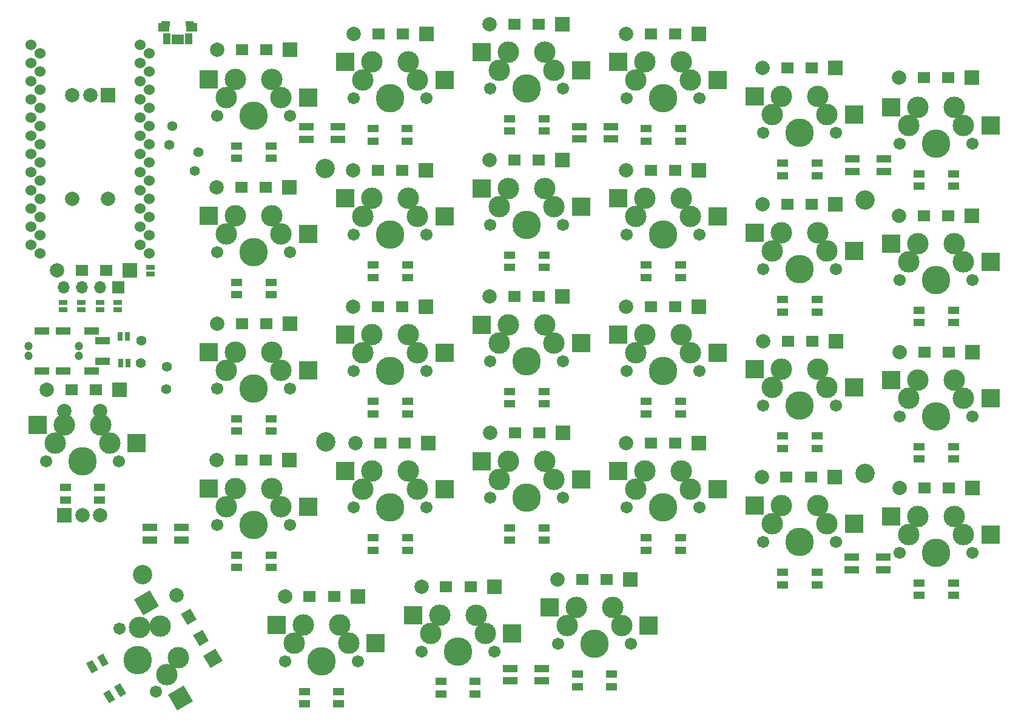
<source format=gbr>
G04 #@! TF.GenerationSoftware,KiCad,Pcbnew,(5.1.9)-1*
G04 #@! TF.CreationDate,2021-02-12T09:18:19+01:00*
G04 #@! TF.ProjectId,Lotus58_Glow,4c6f7475-7335-4385-9f47-6c6f772e6b69,0.95*
G04 #@! TF.SameCoordinates,Original*
G04 #@! TF.FileFunction,Soldermask,Top*
G04 #@! TF.FilePolarity,Negative*
%FSLAX46Y46*%
G04 Gerber Fmt 4.6, Leading zero omitted, Abs format (unit mm)*
G04 Created by KiCad (PCBNEW (5.1.9)-1) date 2021-02-12 09:18:19*
%MOMM*%
%LPD*%
G01*
G04 APERTURE LIST*
%ADD10R,2.550000X2.500000*%
%ADD11C,1.701800*%
%ADD12C,3.987800*%
%ADD13C,3.000000*%
%ADD14R,1.600000X1.000000*%
%ADD15C,0.100000*%
%ADD16R,2.000000X2.000000*%
%ADD17C,2.000000*%
%ADD18R,1.998980X1.998980*%
%ADD19C,1.998980*%
%ADD20R,1.800000X1.500000*%
%ADD21C,1.200000*%
%ADD22R,2.100000X1.000000*%
%ADD23R,1.143000X0.635000*%
%ADD24R,0.635000X1.143000*%
%ADD25C,1.397000*%
%ADD26R,2.000000X1.000000*%
%ADD27C,1.524000*%
%ADD28O,1.700000X1.700000*%
%ADD29R,1.700000X1.700000*%
%ADD30R,1.000000X1.500000*%
%ADD31R,1.800000X1.350000*%
%ADD32R,1.570000X1.250000*%
%ADD33C,2.700000*%
G04 APERTURE END LIST*
D10*
X179110000Y-45060000D03*
D11*
X166470000Y-47600000D03*
X176630000Y-47600000D03*
D12*
X171550000Y-47600000D03*
D13*
X167740000Y-45060000D03*
X174090000Y-42520000D03*
D10*
X165260000Y-42520000D03*
D13*
X169010000Y-42520000D03*
X175360000Y-45060000D03*
D14*
X131000000Y-53555000D03*
X131000000Y-51805000D03*
X135800000Y-51805000D03*
X135800000Y-53555000D03*
X164350000Y-129755000D03*
X164350000Y-128005000D03*
X159550000Y-129755000D03*
X159550000Y-128005000D03*
X145297700Y-130783300D03*
X145297700Y-129033300D03*
X140497700Y-130783300D03*
X140497700Y-129033300D03*
X126250000Y-132155000D03*
X126250000Y-130405000D03*
X121450000Y-132155000D03*
X121450000Y-130405000D03*
D15*
G36*
X93380806Y-130660640D02*
G01*
X94246832Y-130160640D01*
X95046832Y-131546280D01*
X94180806Y-132046280D01*
X93380806Y-130660640D01*
G37*
G36*
X94896350Y-129785640D02*
G01*
X95762376Y-129285640D01*
X96562376Y-130671280D01*
X95696350Y-131171280D01*
X94896350Y-129785640D01*
G37*
G36*
X90980806Y-126503718D02*
G01*
X91846832Y-126003718D01*
X92646832Y-127389358D01*
X91780806Y-127889358D01*
X90980806Y-126503718D01*
G37*
G36*
X92496350Y-125628718D02*
G01*
X93362376Y-125128718D01*
X94162376Y-126514358D01*
X93296350Y-127014358D01*
X92496350Y-125628718D01*
G37*
D14*
X92874800Y-103681500D03*
X92874800Y-101931500D03*
X88074800Y-103681500D03*
X88074800Y-101931500D03*
X212050000Y-117005000D03*
X212050000Y-115255000D03*
X207250000Y-117005000D03*
X207250000Y-115255000D03*
X193000000Y-115505000D03*
X193000000Y-113755000D03*
X188200000Y-115505000D03*
X188200000Y-113755000D03*
X173950000Y-110705000D03*
X173950000Y-108955000D03*
X169150000Y-110705000D03*
X169150000Y-108955000D03*
X154900000Y-109315000D03*
X154900000Y-107565000D03*
X150100000Y-109315000D03*
X150100000Y-107565000D03*
X135850000Y-110705000D03*
X135850000Y-108955000D03*
X131050000Y-110705000D03*
X131050000Y-108955000D03*
X116800000Y-113105000D03*
X116800000Y-111355000D03*
X112000000Y-113105000D03*
X112000000Y-111355000D03*
X212050000Y-97955000D03*
X212050000Y-96205000D03*
X207250000Y-97955000D03*
X207250000Y-96205000D03*
X193000000Y-96455000D03*
X193000000Y-94705000D03*
X188200000Y-96455000D03*
X188200000Y-94705000D03*
X173950000Y-91655000D03*
X173950000Y-89905000D03*
X169150000Y-91655000D03*
X169150000Y-89905000D03*
X154900000Y-90265000D03*
X154900000Y-88515000D03*
X150100000Y-90265000D03*
X150100000Y-88515000D03*
X135850000Y-91655000D03*
X135850000Y-89905000D03*
X131050000Y-91655000D03*
X131050000Y-89905000D03*
X116800000Y-94055000D03*
X116800000Y-92305000D03*
X112000000Y-94055000D03*
X112000000Y-92305000D03*
X212050000Y-78905000D03*
X212050000Y-77155000D03*
X207250000Y-78905000D03*
X207250000Y-77155000D03*
X193000000Y-77405000D03*
X193000000Y-75655000D03*
X188200000Y-77405000D03*
X188200000Y-75655000D03*
X173950000Y-72605000D03*
X173950000Y-70855000D03*
X169150000Y-72605000D03*
X169150000Y-70855000D03*
X154900000Y-71215000D03*
X154900000Y-69465000D03*
X150100000Y-71215000D03*
X150100000Y-69465000D03*
X135850000Y-72605000D03*
X135850000Y-70855000D03*
X131050000Y-72605000D03*
X131050000Y-70855000D03*
X116800000Y-75005000D03*
X116800000Y-73255000D03*
X112000000Y-75005000D03*
X112000000Y-73255000D03*
X212050000Y-59855000D03*
X212050000Y-58105000D03*
X207250000Y-59855000D03*
X207250000Y-58105000D03*
X193000000Y-58355000D03*
X193000000Y-56605000D03*
X188200000Y-58355000D03*
X188200000Y-56605000D03*
X173950000Y-53555000D03*
X173950000Y-51805000D03*
X169150000Y-53555000D03*
X169150000Y-51805000D03*
X154900000Y-52165000D03*
X154900000Y-50415000D03*
X150100000Y-52165000D03*
X150100000Y-50415000D03*
X116800000Y-55955000D03*
X116800000Y-54205000D03*
X112000000Y-55955000D03*
X112000000Y-54205000D03*
D10*
X169510000Y-121260000D03*
D11*
X156870000Y-123800000D03*
X167030000Y-123800000D03*
D12*
X161950000Y-123800000D03*
D13*
X158140000Y-121260000D03*
X164490000Y-118720000D03*
D10*
X155660000Y-118720000D03*
D13*
X159410000Y-118720000D03*
X165760000Y-121260000D03*
D10*
X150457700Y-122288300D03*
D11*
X137817700Y-124828300D03*
X147977700Y-124828300D03*
D12*
X142897700Y-124828300D03*
D13*
X139087700Y-122288300D03*
X145437700Y-119748300D03*
D10*
X136607700Y-119748300D03*
D13*
X140357700Y-119748300D03*
X146707700Y-122288300D03*
D10*
X131410000Y-123660000D03*
D11*
X118770000Y-126200000D03*
X128930000Y-126200000D03*
D12*
X123850000Y-126200000D03*
D13*
X120040000Y-123660000D03*
X126390000Y-121120000D03*
D10*
X117560000Y-121120000D03*
D13*
X121310000Y-121120000D03*
X127660000Y-123660000D03*
D15*
G36*
X105870737Y-131803834D02*
G01*
X103705673Y-133053834D01*
X102430673Y-130845470D01*
X104595737Y-129595470D01*
X105870737Y-131803834D01*
G37*
D11*
X95631000Y-121648091D03*
X100711000Y-130446909D03*
D12*
X98171000Y-126047500D03*
D13*
X98465705Y-121477943D03*
X103840409Y-125707205D03*
D15*
G36*
X101145441Y-118539382D02*
G01*
X98980377Y-119789382D01*
X97705377Y-117581018D01*
X99870441Y-116331018D01*
X101145441Y-118539382D01*
G37*
D13*
X101300409Y-121307795D03*
X102275705Y-128077057D03*
D10*
X98034800Y-95745300D03*
D11*
X85394800Y-98285300D03*
X95554800Y-98285300D03*
D12*
X90474800Y-98285300D03*
D13*
X86664800Y-95745300D03*
X93014800Y-93205300D03*
D10*
X84184800Y-93205300D03*
D13*
X87934800Y-93205300D03*
X94284800Y-95745300D03*
D10*
X217210000Y-108510000D03*
D11*
X204570000Y-111050000D03*
X214730000Y-111050000D03*
D12*
X209650000Y-111050000D03*
D13*
X205840000Y-108510000D03*
X212190000Y-105970000D03*
D10*
X203360000Y-105970000D03*
D13*
X207110000Y-105970000D03*
X213460000Y-108510000D03*
D10*
X198160000Y-107010000D03*
D11*
X185520000Y-109550000D03*
X195680000Y-109550000D03*
D12*
X190600000Y-109550000D03*
D13*
X186790000Y-107010000D03*
X193140000Y-104470000D03*
D10*
X184310000Y-104470000D03*
D13*
X188060000Y-104470000D03*
X194410000Y-107010000D03*
D10*
X179110000Y-102210000D03*
D11*
X166470000Y-104750000D03*
X176630000Y-104750000D03*
D12*
X171550000Y-104750000D03*
D13*
X167740000Y-102210000D03*
X174090000Y-99670000D03*
D10*
X165260000Y-99670000D03*
D13*
X169010000Y-99670000D03*
X175360000Y-102210000D03*
D10*
X160060000Y-100820000D03*
D11*
X147420000Y-103360000D03*
X157580000Y-103360000D03*
D12*
X152500000Y-103360000D03*
D13*
X148690000Y-100820000D03*
X155040000Y-98280000D03*
D10*
X146210000Y-98280000D03*
D13*
X149960000Y-98280000D03*
X156310000Y-100820000D03*
D10*
X141010000Y-102210000D03*
D11*
X128370000Y-104750000D03*
X138530000Y-104750000D03*
D12*
X133450000Y-104750000D03*
D13*
X129640000Y-102210000D03*
X135990000Y-99670000D03*
D10*
X127160000Y-99670000D03*
D13*
X130910000Y-99670000D03*
X137260000Y-102210000D03*
D10*
X121960000Y-104610000D03*
D11*
X109320000Y-107150000D03*
X119480000Y-107150000D03*
D12*
X114400000Y-107150000D03*
D13*
X110590000Y-104610000D03*
X116940000Y-102070000D03*
D10*
X108110000Y-102070000D03*
D13*
X111860000Y-102070000D03*
X118210000Y-104610000D03*
D10*
X217210000Y-89460000D03*
D11*
X204570000Y-92000000D03*
X214730000Y-92000000D03*
D12*
X209650000Y-92000000D03*
D13*
X205840000Y-89460000D03*
X212190000Y-86920000D03*
D10*
X203360000Y-86920000D03*
D13*
X207110000Y-86920000D03*
X213460000Y-89460000D03*
D10*
X198160000Y-87960000D03*
D11*
X185520000Y-90500000D03*
X195680000Y-90500000D03*
D12*
X190600000Y-90500000D03*
D13*
X186790000Y-87960000D03*
X193140000Y-85420000D03*
D10*
X184310000Y-85420000D03*
D13*
X188060000Y-85420000D03*
X194410000Y-87960000D03*
D10*
X179110000Y-83160000D03*
D11*
X166470000Y-85700000D03*
X176630000Y-85700000D03*
D12*
X171550000Y-85700000D03*
D13*
X167740000Y-83160000D03*
X174090000Y-80620000D03*
D10*
X165260000Y-80620000D03*
D13*
X169010000Y-80620000D03*
X175360000Y-83160000D03*
D10*
X160060000Y-81770000D03*
D11*
X147420000Y-84310000D03*
X157580000Y-84310000D03*
D12*
X152500000Y-84310000D03*
D13*
X148690000Y-81770000D03*
X155040000Y-79230000D03*
D10*
X146210000Y-79230000D03*
D13*
X149960000Y-79230000D03*
X156310000Y-81770000D03*
D10*
X141010000Y-83160000D03*
D11*
X128370000Y-85700000D03*
X138530000Y-85700000D03*
D12*
X133450000Y-85700000D03*
D13*
X129640000Y-83160000D03*
X135990000Y-80620000D03*
D10*
X127160000Y-80620000D03*
D13*
X130910000Y-80620000D03*
X137260000Y-83160000D03*
D10*
X121960000Y-85560000D03*
D11*
X109320000Y-88100000D03*
X119480000Y-88100000D03*
D12*
X114400000Y-88100000D03*
D13*
X110590000Y-85560000D03*
X116940000Y-83020000D03*
D10*
X108110000Y-83020000D03*
D13*
X111860000Y-83020000D03*
X118210000Y-85560000D03*
D10*
X217210000Y-70410000D03*
D11*
X204570000Y-72950000D03*
X214730000Y-72950000D03*
D12*
X209650000Y-72950000D03*
D13*
X205840000Y-70410000D03*
X212190000Y-67870000D03*
D10*
X203360000Y-67870000D03*
D13*
X207110000Y-67870000D03*
X213460000Y-70410000D03*
D10*
X198160000Y-68910000D03*
D11*
X185520000Y-71450000D03*
X195680000Y-71450000D03*
D12*
X190600000Y-71450000D03*
D13*
X186790000Y-68910000D03*
X193140000Y-66370000D03*
D10*
X184310000Y-66370000D03*
D13*
X188060000Y-66370000D03*
X194410000Y-68910000D03*
D10*
X179110000Y-64110000D03*
D11*
X166470000Y-66650000D03*
X176630000Y-66650000D03*
D12*
X171550000Y-66650000D03*
D13*
X167740000Y-64110000D03*
X174090000Y-61570000D03*
D10*
X165260000Y-61570000D03*
D13*
X169010000Y-61570000D03*
X175360000Y-64110000D03*
D10*
X160060000Y-62720000D03*
D11*
X147420000Y-65260000D03*
X157580000Y-65260000D03*
D12*
X152500000Y-65260000D03*
D13*
X148690000Y-62720000D03*
X155040000Y-60180000D03*
D10*
X146210000Y-60180000D03*
D13*
X149960000Y-60180000D03*
X156310000Y-62720000D03*
D10*
X141010000Y-64110000D03*
D11*
X128370000Y-66650000D03*
X138530000Y-66650000D03*
D12*
X133450000Y-66650000D03*
D13*
X129640000Y-64110000D03*
X135990000Y-61570000D03*
D10*
X127160000Y-61570000D03*
D13*
X130910000Y-61570000D03*
X137260000Y-64110000D03*
D10*
X121960000Y-66510000D03*
D11*
X109320000Y-69050000D03*
X119480000Y-69050000D03*
D12*
X114400000Y-69050000D03*
D13*
X110590000Y-66510000D03*
X116940000Y-63970000D03*
D10*
X108110000Y-63970000D03*
D13*
X111860000Y-63970000D03*
X118210000Y-66510000D03*
D10*
X217210000Y-51360000D03*
D11*
X204570000Y-53900000D03*
X214730000Y-53900000D03*
D12*
X209650000Y-53900000D03*
D13*
X205840000Y-51360000D03*
X212190000Y-48820000D03*
D10*
X203360000Y-48820000D03*
D13*
X207110000Y-48820000D03*
X213460000Y-51360000D03*
D10*
X198160000Y-49860000D03*
D11*
X185520000Y-52400000D03*
X195680000Y-52400000D03*
D12*
X190600000Y-52400000D03*
D13*
X186790000Y-49860000D03*
X193140000Y-47320000D03*
D10*
X184310000Y-47320000D03*
D13*
X188060000Y-47320000D03*
X194410000Y-49860000D03*
D10*
X160060000Y-43670000D03*
D11*
X147420000Y-46210000D03*
X157580000Y-46210000D03*
D12*
X152500000Y-46210000D03*
D13*
X148690000Y-43670000D03*
X155040000Y-41130000D03*
D10*
X146210000Y-41130000D03*
D13*
X149960000Y-41130000D03*
X156310000Y-43670000D03*
D10*
X141010000Y-45060000D03*
D11*
X128370000Y-47600000D03*
X138530000Y-47600000D03*
D12*
X133450000Y-47600000D03*
D13*
X129640000Y-45060000D03*
X135990000Y-42520000D03*
D10*
X127160000Y-42520000D03*
D13*
X130910000Y-42520000D03*
X137260000Y-45060000D03*
D10*
X121960000Y-47460000D03*
D11*
X109320000Y-50000000D03*
X119480000Y-50000000D03*
D12*
X114400000Y-50000000D03*
D13*
X110590000Y-47460000D03*
X116940000Y-44920000D03*
D10*
X108110000Y-44920000D03*
D13*
X111860000Y-44920000D03*
X118210000Y-47460000D03*
D16*
X87974800Y-105785300D03*
D17*
X90474800Y-105785300D03*
X92974800Y-105785300D03*
X87974800Y-91285300D03*
X92974800Y-91285300D03*
D18*
X95678000Y-88262460D03*
D19*
X85518000Y-88262460D03*
D20*
X92378000Y-88265000D03*
X88978000Y-88265000D03*
D21*
X89970500Y-83519000D03*
X82970500Y-83519000D03*
D22*
X91770500Y-85619000D03*
X93270500Y-81419000D03*
X84770500Y-85619000D03*
X87770500Y-85619000D03*
D21*
X82970500Y-82169000D03*
X89970500Y-82169000D03*
D22*
X84770500Y-80069000D03*
X87770500Y-80069000D03*
X91770500Y-80069000D03*
X93270500Y-84269000D03*
D23*
X99949000Y-72141080D03*
X99949000Y-71140320D03*
D24*
X96766380Y-80822800D03*
X95765620Y-80822800D03*
X95829120Y-84582000D03*
X96829880Y-84582000D03*
D23*
X87767900Y-77075880D03*
X87767900Y-76075120D03*
X90339332Y-77075880D03*
X90339332Y-76075120D03*
X92910766Y-77075880D03*
X92910766Y-76075120D03*
X95418700Y-77075880D03*
X95418700Y-76075120D03*
D25*
X98597449Y-84563949D03*
X102189551Y-88156051D03*
X98660949Y-81452449D03*
X102253051Y-85044551D03*
X102579898Y-54116698D03*
X106172000Y-57708800D03*
X106634551Y-55072551D03*
X103042449Y-51480449D03*
D18*
X97075000Y-71583040D03*
D19*
X86915000Y-71583040D03*
D20*
X93775000Y-71580500D03*
X90375000Y-71580500D03*
D18*
X166925000Y-114741960D03*
D19*
X156765000Y-114741960D03*
D20*
X163625000Y-114744500D03*
X160225000Y-114744500D03*
D18*
X147938500Y-115757960D03*
D19*
X137778500Y-115757960D03*
D20*
X144638500Y-115760500D03*
X141238500Y-115760500D03*
D18*
X128888500Y-117154960D03*
D19*
X118728500Y-117154960D03*
D20*
X125588500Y-117157500D03*
X122188500Y-117157500D03*
D15*
G36*
X107308871Y-125438518D02*
G01*
X109040039Y-124439028D01*
X110039529Y-126170196D01*
X108308361Y-127169686D01*
X107308871Y-125438518D01*
G37*
D19*
X103594200Y-117005539D03*
D15*
G36*
X108121519Y-123352166D02*
G01*
X106822481Y-124102166D01*
X105922481Y-122543320D01*
X107221519Y-121793320D01*
X108121519Y-123352166D01*
G37*
G36*
X106421519Y-120407680D02*
G01*
X105122481Y-121157680D01*
X104222481Y-119598834D01*
X105521519Y-118848834D01*
X106421519Y-120407680D01*
G37*
D18*
X214677000Y-101978460D03*
D19*
X204517000Y-101978460D03*
D20*
X211377000Y-101981000D03*
X207977000Y-101981000D03*
D18*
X195436500Y-100454460D03*
D19*
X185276500Y-100454460D03*
D20*
X192136500Y-100457000D03*
X188736500Y-100457000D03*
D18*
X176513500Y-95691960D03*
D19*
X166353500Y-95691960D03*
D20*
X173213500Y-95694500D03*
X169813500Y-95694500D03*
D18*
X157527000Y-94294960D03*
D19*
X147367000Y-94294960D03*
D20*
X154227000Y-94297500D03*
X150827000Y-94297500D03*
D18*
X138731000Y-95691960D03*
D19*
X128571000Y-95691960D03*
D20*
X135431000Y-95694500D03*
X132031000Y-95694500D03*
D18*
X119363500Y-98104960D03*
D19*
X109203500Y-98104960D03*
D20*
X116063500Y-98107500D03*
X112663500Y-98107500D03*
D18*
X214677000Y-82991960D03*
D19*
X204517000Y-82991960D03*
D20*
X211377000Y-82994500D03*
X207977000Y-82994500D03*
D18*
X195627000Y-81467960D03*
D19*
X185467000Y-81467960D03*
D20*
X192327000Y-81470500D03*
X188927000Y-81470500D03*
D18*
X176513500Y-76641960D03*
D19*
X166353500Y-76641960D03*
D20*
X173213500Y-76644500D03*
X169813500Y-76644500D03*
D18*
X157463500Y-75244960D03*
D19*
X147303500Y-75244960D03*
D20*
X154163500Y-75247500D03*
X150763500Y-75247500D03*
D18*
X138413500Y-76641960D03*
D19*
X128253500Y-76641960D03*
D20*
X135113500Y-76644500D03*
X131713500Y-76644500D03*
D18*
X119427000Y-79054960D03*
D19*
X109267000Y-79054960D03*
D20*
X116127000Y-79057500D03*
X112727000Y-79057500D03*
D18*
X214613500Y-63941960D03*
D19*
X204453500Y-63941960D03*
D20*
X211313500Y-63944500D03*
X207913500Y-63944500D03*
D18*
X195563500Y-62354460D03*
D19*
X185403500Y-62354460D03*
D20*
X192263500Y-62357000D03*
X188863500Y-62357000D03*
D18*
X176513500Y-57591960D03*
D19*
X166353500Y-57591960D03*
D20*
X173213500Y-57594500D03*
X169813500Y-57594500D03*
D18*
X157463500Y-56194960D03*
D19*
X147303500Y-56194960D03*
D20*
X154163500Y-56197500D03*
X150763500Y-56197500D03*
D18*
X138413500Y-57591960D03*
D19*
X128253500Y-57591960D03*
D20*
X135113500Y-57594500D03*
X131713500Y-57594500D03*
D18*
X119363500Y-60004960D03*
D19*
X109203500Y-60004960D03*
D20*
X116063500Y-60007500D03*
X112663500Y-60007500D03*
D18*
X214613500Y-44701460D03*
D19*
X204453500Y-44701460D03*
D20*
X211313500Y-44704000D03*
X207913500Y-44704000D03*
D18*
X195563500Y-43304460D03*
D19*
X185403500Y-43304460D03*
D20*
X192263500Y-43307000D03*
X188863500Y-43307000D03*
D18*
X176513500Y-38605460D03*
D19*
X166353500Y-38605460D03*
D20*
X173213500Y-38608000D03*
X169813500Y-38608000D03*
D18*
X157463500Y-37208460D03*
D19*
X147303500Y-37208460D03*
D20*
X154163500Y-37211000D03*
X150763500Y-37211000D03*
D18*
X138477000Y-38605460D03*
D19*
X128317000Y-38605460D03*
D20*
X135177000Y-38608000D03*
X131777000Y-38608000D03*
D18*
X119427000Y-40764460D03*
D19*
X109267000Y-40764460D03*
D20*
X116127000Y-40767000D03*
X112727000Y-40767000D03*
D26*
X121688500Y-53326000D03*
X121688500Y-51576000D03*
X126088500Y-53326000D03*
X126088500Y-51576000D03*
X159788500Y-53262500D03*
X159788500Y-51512500D03*
X164188500Y-53262500D03*
X164188500Y-51512500D03*
X197952000Y-57771000D03*
X197952000Y-56021000D03*
X202352000Y-57771000D03*
X202352000Y-56021000D03*
X99908000Y-109269500D03*
X99908000Y-107519500D03*
X104308000Y-109269500D03*
X104308000Y-107519500D03*
X150200000Y-128954500D03*
X150200000Y-127204500D03*
X154600000Y-128954500D03*
X154600000Y-127204500D03*
X197825000Y-113397000D03*
X197825000Y-111647000D03*
X202225000Y-111647000D03*
X202225000Y-113397000D03*
D27*
X84584815Y-46405745D03*
X99824815Y-64185745D03*
X84584815Y-56565745D03*
X99824815Y-54025745D03*
X99824815Y-48945745D03*
X84584815Y-66725745D03*
X99824815Y-46405745D03*
X99824815Y-41325745D03*
X84584815Y-61645745D03*
X99824815Y-69265745D03*
X84584815Y-54025745D03*
X84584815Y-43865745D03*
X84584815Y-48945745D03*
X84584815Y-51485745D03*
X84584815Y-64185745D03*
X84584815Y-59105745D03*
X99824815Y-61645745D03*
X99824815Y-59105745D03*
X84584815Y-69265745D03*
X99824815Y-66725745D03*
X99824815Y-43865745D03*
X84584815Y-41325745D03*
X99824815Y-56565745D03*
X99824815Y-51485745D03*
X83286000Y-40130000D03*
X83286000Y-42670000D03*
X83286000Y-45210000D03*
X83286000Y-47750000D03*
X83286000Y-50290000D03*
X83286000Y-52830000D03*
X83286000Y-55370000D03*
X83286000Y-57910000D03*
X83286000Y-60450000D03*
X83286000Y-62990000D03*
X83286000Y-65530000D03*
X83286000Y-68070000D03*
X98526000Y-68070000D03*
X98526000Y-65530000D03*
X98526000Y-62990000D03*
X98526000Y-60450000D03*
X98526000Y-57910000D03*
X98526000Y-55370000D03*
X98526000Y-52830000D03*
X98526000Y-50290000D03*
X98526000Y-47750000D03*
X98526000Y-45210000D03*
X98526000Y-42670000D03*
X98526000Y-40130000D03*
D28*
X87820500Y-73993500D03*
X90360500Y-73993500D03*
X92900500Y-73993500D03*
D29*
X95440500Y-73993500D03*
D15*
G36*
X102659000Y-36835001D02*
G01*
X102659000Y-37485002D01*
X102309000Y-37485002D01*
X102309000Y-37785000D01*
X102307767Y-37816384D01*
X102304076Y-37847574D01*
X102297949Y-37878378D01*
X102289424Y-37908606D01*
X102278553Y-37938073D01*
X102265405Y-37966596D01*
X102250058Y-37993999D01*
X102232609Y-38020113D01*
X102213165Y-38044778D01*
X102191845Y-38067842D01*
X102168782Y-38089161D01*
X102144117Y-38108606D01*
X102118002Y-38126055D01*
X102090599Y-38141401D01*
X102062076Y-38154550D01*
X102032609Y-38165420D01*
X102002381Y-38173945D01*
X101971577Y-38180072D01*
X101940387Y-38183763D01*
X101909003Y-38184996D01*
X101509000Y-38185000D01*
X101509000Y-36835001D01*
X102659000Y-36835001D01*
G37*
G36*
X106009000Y-36835001D02*
G01*
X106009000Y-38185000D01*
X105608996Y-38184996D01*
X105577613Y-38183763D01*
X105546423Y-38180072D01*
X105515618Y-38173945D01*
X105485390Y-38165420D01*
X105455923Y-38154550D01*
X105427401Y-38141401D01*
X105399997Y-38126054D01*
X105373883Y-38108605D01*
X105349218Y-38089161D01*
X105326154Y-38067842D01*
X105304835Y-38044778D01*
X105285391Y-38020113D01*
X105267942Y-37993999D01*
X105252595Y-37966595D01*
X105239446Y-37938073D01*
X105228576Y-37908606D01*
X105220051Y-37878378D01*
X105213924Y-37847573D01*
X105210233Y-37816383D01*
X105209000Y-37785000D01*
X105209000Y-37485002D01*
X104859000Y-37485002D01*
X104859000Y-36835001D01*
X106009000Y-36835001D01*
G37*
D30*
X105309000Y-39285000D03*
X102209000Y-39285000D03*
D31*
X103759000Y-39360000D03*
D32*
X101824000Y-37610000D03*
X105694000Y-37610000D03*
D16*
X94067000Y-47094000D03*
D17*
X91567000Y-47094000D03*
X89067000Y-47094000D03*
X94067000Y-61594000D03*
X89067000Y-61594000D03*
D33*
X98894900Y-114109500D03*
X199700000Y-100000000D03*
X124396500Y-95567500D03*
X199700000Y-61800000D03*
X124325380Y-57409080D03*
M02*

</source>
